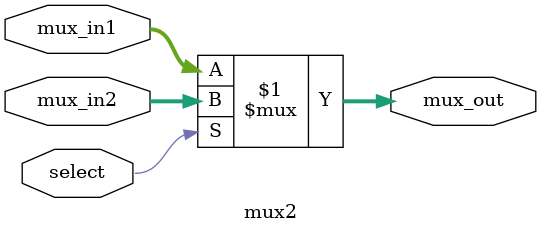
<source format=v>
module mux2 #(parameter W = 4)( select, mux_in1, mux_in2, mux_out );

input 	  select;
input[W-1:0] mux_in1, mux_in2;
output wire [W-1:0] mux_out;

assign mux_out = select ? mux_in2 : mux_in1;

endmodule
</source>
